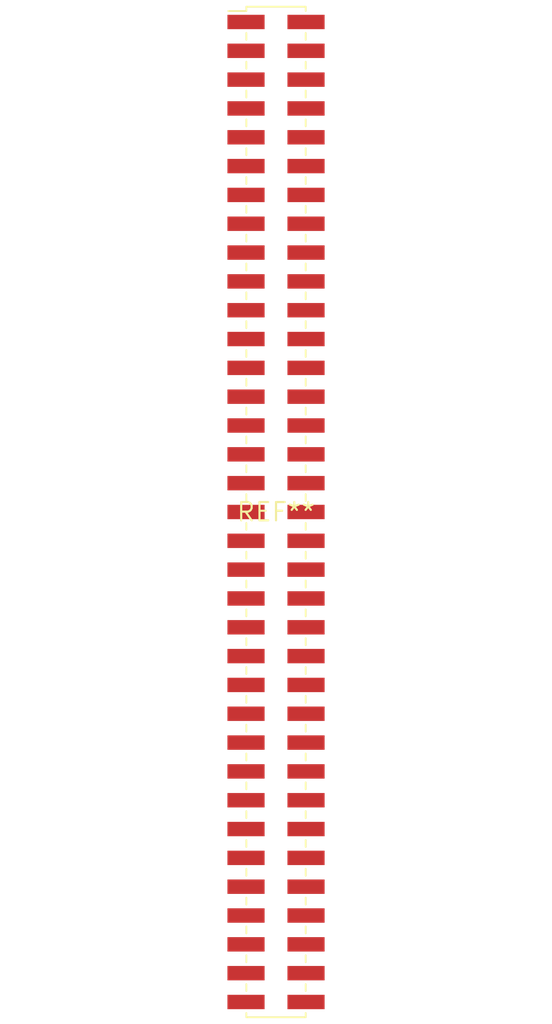
<source format=kicad_pcb>
(kicad_pcb (version 20240108) (generator pcbnew)
  (layers (0 "F.Cu" signal) (31 "B.Cu" signal) (34 "B.Paste" user) (35 "F.Paste" user) (36 "B.SilkS" user "B.Silkscreen") (37 "F.SilkS" user "F.Silkscreen") (38 "B.Mask" user) (39 "F.Mask" user) (44 "Edge.Cuts" user))
  (net 0 "")
  (footprint "PinHeader_2x35_P2.00mm_Vertical_SMD" (layer "F.Cu") (at 0 0)
    (property "Reference" "REF**")
    (property "Value" "PinHeader_2x35_P2.00mm_Vertical_SMD")
    (fp_line (start -3.315 -34.76) (end -2.06 -34.76) (layer "F.SilkS") (stroke (width 0.12)))
    (fp_line (start -2.06 -35.06) (end -2.06 -34.76) (layer "F.SilkS") (stroke (width 0.12)))
    (fp_line (start -2.06 -35.06) (end 2.06 -35.06) (layer "F.SilkS") (stroke (width 0.12)))
    (fp_line (start -2.06 -33.24) (end -2.06 -32.76) (layer "F.SilkS") (stroke (width 0.12)))
    (fp_line (start -2.06 -31.24) (end -2.06 -30.76) (layer "F.SilkS") (stroke (width 0.12)))
    (fp_line (start -2.06 -29.24) (end -2.06 -28.76) (layer "F.SilkS") (stroke (width 0.12)))
    (fp_line (start -2.06 -27.24) (end -2.06 -26.76) (layer "F.SilkS") (stroke (width 0.12)))
    (fp_line (start -2.06 -25.24) (end -2.06 -24.76) (layer "F.SilkS") (stroke (width 0.12)))
    (fp_line (start -2.06 -23.24) (end -2.06 -22.76) (layer "F.SilkS") (stroke (width 0.12)))
    (fp_line (start -2.06 -21.24) (end -2.06 -20.76) (layer "F.SilkS") (stroke (width 0.12)))
    (fp_line (start -2.06 -19.24) (end -2.06 -18.76) (layer "F.SilkS") (stroke (width 0.12)))
    (fp_line (start -2.06 -17.24) (end -2.06 -16.76) (layer "F.SilkS") (stroke (width 0.12)))
    (fp_line (start -2.06 -15.24) (end -2.06 -14.76) (layer "F.SilkS") (stroke (width 0.12)))
    (fp_line (start -2.06 -13.24) (end -2.06 -12.76) (layer "F.SilkS") (stroke (width 0.12)))
    (fp_line (start -2.06 -11.24) (end -2.06 -10.76) (layer "F.SilkS") (stroke (width 0.12)))
    (fp_line (start -2.06 -9.24) (end -2.06 -8.76) (layer "F.SilkS") (stroke (width 0.12)))
    (fp_line (start -2.06 -7.24) (end -2.06 -6.76) (layer "F.SilkS") (stroke (width 0.12)))
    (fp_line (start -2.06 -5.24) (end -2.06 -4.76) (layer "F.SilkS") (stroke (width 0.12)))
    (fp_line (start -2.06 -3.24) (end -2.06 -2.76) (layer "F.SilkS") (stroke (width 0.12)))
    (fp_line (start -2.06 -1.24) (end -2.06 -0.76) (layer "F.SilkS") (stroke (width 0.12)))
    (fp_line (start -2.06 0.76) (end -2.06 1.24) (layer "F.SilkS") (stroke (width 0.12)))
    (fp_line (start -2.06 2.76) (end -2.06 3.24) (layer "F.SilkS") (stroke (width 0.12)))
    (fp_line (start -2.06 4.76) (end -2.06 5.24) (layer "F.SilkS") (stroke (width 0.12)))
    (fp_line (start -2.06 6.76) (end -2.06 7.24) (layer "F.SilkS") (stroke (width 0.12)))
    (fp_line (start -2.06 8.76) (end -2.06 9.24) (layer "F.SilkS") (stroke (width 0.12)))
    (fp_line (start -2.06 10.76) (end -2.06 11.24) (layer "F.SilkS") (stroke (width 0.12)))
    (fp_line (start -2.06 12.76) (end -2.06 13.24) (layer "F.SilkS") (stroke (width 0.12)))
    (fp_line (start -2.06 14.76) (end -2.06 15.24) (layer "F.SilkS") (stroke (width 0.12)))
    (fp_line (start -2.06 16.76) (end -2.06 17.24) (layer "F.SilkS") (stroke (width 0.12)))
    (fp_line (start -2.06 18.76) (end -2.06 19.24) (layer "F.SilkS") (stroke (width 0.12)))
    (fp_line (start -2.06 20.76) (end -2.06 21.24) (layer "F.SilkS") (stroke (width 0.12)))
    (fp_line (start -2.06 22.76) (end -2.06 23.24) (layer "F.SilkS") (stroke (width 0.12)))
    (fp_line (start -2.06 24.76) (end -2.06 25.24) (layer "F.SilkS") (stroke (width 0.12)))
    (fp_line (start -2.06 26.76) (end -2.06 27.24) (layer "F.SilkS") (stroke (width 0.12)))
    (fp_line (start -2.06 28.76) (end -2.06 29.24) (layer "F.SilkS") (stroke (width 0.12)))
    (fp_line (start -2.06 30.76) (end -2.06 31.24) (layer "F.SilkS") (stroke (width 0.12)))
    (fp_line (start -2.06 32.76) (end -2.06 33.24) (layer "F.SilkS") (stroke (width 0.12)))
    (fp_line (start -2.06 34.76) (end -2.06 35.06) (layer "F.SilkS") (stroke (width 0.12)))
    (fp_line (start -2.06 35.06) (end 2.06 35.06) (layer "F.SilkS") (stroke (width 0.12)))
    (fp_line (start 2.06 -35.06) (end 2.06 -34.76) (layer "F.SilkS") (stroke (width 0.12)))
    (fp_line (start 2.06 -33.24) (end 2.06 -32.76) (layer "F.SilkS") (stroke (width 0.12)))
    (fp_line (start 2.06 -31.24) (end 2.06 -30.76) (layer "F.SilkS") (stroke (width 0.12)))
    (fp_line (start 2.06 -29.24) (end 2.06 -28.76) (layer "F.SilkS") (stroke (width 0.12)))
    (fp_line (start 2.06 -27.24) (end 2.06 -26.76) (layer "F.SilkS") (stroke (width 0.12)))
    (fp_line (start 2.06 -25.24) (end 2.06 -24.76) (layer "F.SilkS") (stroke (width 0.12)))
    (fp_line (start 2.06 -23.24) (end 2.06 -22.76) (layer "F.SilkS") (stroke (width 0.12)))
    (fp_line (start 2.06 -21.24) (end 2.06 -20.76) (layer "F.SilkS") (stroke (width 0.12)))
    (fp_line (start 2.06 -19.24) (end 2.06 -18.76) (layer "F.SilkS") (stroke (width 0.12)))
    (fp_line (start 2.06 -17.24) (end 2.06 -16.76) (layer "F.SilkS") (stroke (width 0.12)))
    (fp_line (start 2.06 -15.24) (end 2.06 -14.76) (layer "F.SilkS") (stroke (width 0.12)))
    (fp_line (start 2.06 -13.24) (end 2.06 -12.76) (layer "F.SilkS") (stroke (width 0.12)))
    (fp_line (start 2.06 -11.24) (end 2.06 -10.76) (layer "F.SilkS") (stroke (width 0.12)))
    (fp_line (start 2.06 -9.24) (end 2.06 -8.76) (layer "F.SilkS") (stroke (width 0.12)))
    (fp_line (start 2.06 -7.24) (end 2.06 -6.76) (layer "F.SilkS") (stroke (width 0.12)))
    (fp_line (start 2.06 -5.24) (end 2.06 -4.76) (layer "F.SilkS") (stroke (width 0.12)))
    (fp_line (start 2.06 -3.24) (end 2.06 -2.76) (layer "F.SilkS") (stroke (width 0.12)))
    (fp_line (start 2.06 -1.24) (end 2.06 -0.76) (layer "F.SilkS") (stroke (width 0.12)))
    (fp_line (start 2.06 0.76) (end 2.06 1.24) (layer "F.SilkS") (stroke (width 0.12)))
    (fp_line (start 2.06 2.76) (end 2.06 3.24) (layer "F.SilkS") (stroke (width 0.12)))
    (fp_line (start 2.06 4.76) (end 2.06 5.24) (layer "F.SilkS") (stroke (width 0.12)))
    (fp_line (start 2.06 6.76) (end 2.06 7.24) (layer "F.SilkS") (stroke (width 0.12)))
    (fp_line (start 2.06 8.76) (end 2.06 9.24) (layer "F.SilkS") (stroke (width 0.12)))
    (fp_line (start 2.06 10.76) (end 2.06 11.24) (layer "F.SilkS") (stroke (width 0.12)))
    (fp_line (start 2.06 12.76) (end 2.06 13.24) (layer "F.SilkS") (stroke (width 0.12)))
    (fp_line (start 2.06 14.76) (end 2.06 15.24) (layer "F.SilkS") (stroke (width 0.12)))
    (fp_line (start 2.06 16.76) (end 2.06 17.24) (layer "F.SilkS") (stroke (width 0.12)))
    (fp_line (start 2.06 18.76) (end 2.06 19.24) (layer "F.SilkS") (stroke (width 0.12)))
    (fp_line (start 2.06 20.76) (end 2.06 21.24) (layer "F.SilkS") (stroke (width 0.12)))
    (fp_line (start 2.06 22.76) (end 2.06 23.24) (layer "F.SilkS") (stroke (width 0.12)))
    (fp_line (start 2.06 24.76) (end 2.06 25.24) (layer "F.SilkS") (stroke (width 0.12)))
    (fp_line (start 2.06 26.76) (end 2.06 27.24) (layer "F.SilkS") (stroke (width 0.12)))
    (fp_line (start 2.06 28.76) (end 2.06 29.24) (layer "F.SilkS") (stroke (width 0.12)))
    (fp_line (start 2.06 30.76) (end 2.06 31.24) (layer "F.SilkS") (stroke (width 0.12)))
    (fp_line (start 2.06 32.76) (end 2.06 33.24) (layer "F.SilkS") (stroke (width 0.12)))
    (fp_line (start 2.06 34.76) (end 2.06 35.06) (layer "F.SilkS") (stroke (width 0.12)))
    (pad "1" smd rect (at -2.085 -34) (size 2.58 1) (layers "F.Cu" "F.Paste" "F.Mask"))
    (pad "2" smd rect (at 2.085 -34) (size 2.58 1) (layers "F.Cu" "F.Paste" "F.Mask"))
    (pad "3" smd rect (at -2.085 -32) (size 2.58 1) (layers "F.Cu" "F.Paste" "F.Mask"))
    (pad "4" smd rect (at 2.085 -32) (size 2.58 1) (layers "F.Cu" "F.Paste" "F.Mask"))
    (pad "5" smd rect (at -2.085 -30) (size 2.58 1) (layers "F.Cu" "F.Paste" "F.Mask"))
    (pad "6" smd rect (at 2.085 -30) (size 2.58 1) (layers "F.Cu" "F.Paste" "F.Mask"))
    (pad "7" smd rect (at -2.085 -28) (size 2.58 1) (layers "F.Cu" "F.Paste" "F.Mask"))
    (pad "8" smd rect (at 2.085 -28) (size 2.58 1) (layers "F.Cu" "F.Paste" "F.Mask"))
    (pad "9" smd rect (at -2.085 -26) (size 2.58 1) (layers "F.Cu" "F.Paste" "F.Mask"))
    (pad "10" smd rect (at 2.085 -26) (size 2.58 1) (layers "F.Cu" "F.Paste" "F.Mask"))
    (pad "11" smd rect (at -2.085 -24) (size 2.58 1) (layers "F.Cu" "F.Paste" "F.Mask"))
    (pad "12" smd rect (at 2.085 -24) (size 2.58 1) (layers "F.Cu" "F.Paste" "F.Mask"))
    (pad "13" smd rect (at -2.085 -22) (size 2.58 1) (layers "F.Cu" "F.Paste" "F.Mask"))
    (pad "14" smd rect (at 2.085 -22) (size 2.58 1) (layers "F.Cu" "F.Paste" "F.Mask"))
    (pad "15" smd rect (at -2.085 -20) (size 2.58 1) (layers "F.Cu" "F.Paste" "F.Mask"))
    (pad "16" smd rect (at 2.085 -20) (size 2.58 1) (layers "F.Cu" "F.Paste" "F.Mask"))
    (pad "17" smd rect (at -2.085 -18) (size 2.58 1) (layers "F.Cu" "F.Paste" "F.Mask"))
    (pad "18" smd rect (at 2.085 -18) (size 2.58 1) (layers "F.Cu" "F.Paste" "F.Mask"))
    (pad "19" smd rect (at -2.085 -16) (size 2.58 1) (layers "F.Cu" "F.Paste" "F.Mask"))
    (pad "20" smd rect (at 2.085 -16) (size 2.58 1) (layers "F.Cu" "F.Paste" "F.Mask"))
    (pad "21" smd rect (at -2.085 -14) (size 2.58 1) (layers "F.Cu" "F.Paste" "F.Mask"))
    (pad "22" smd rect (at 2.085 -14) (size 2.58 1) (layers "F.Cu" "F.Paste" "F.Mask"))
    (pad "23" smd rect (at -2.085 -12) (size 2.58 1) (layers "F.Cu" "F.Paste" "F.Mask"))
    (pad "24" smd rect (at 2.085 -12) (size 2.58 1) (layers "F.Cu" "F.Paste" "F.Mask"))
    (pad "25" smd rect (at -2.085 -10) (size 2.58 1) (layers "F.Cu" "F.Paste" "F.Mask"))
    (pad "26" smd rect (at 2.085 -10) (size 2.58 1) (layers "F.Cu" "F.Paste" "F.Mask"))
    (pad "27" smd rect (at -2.085 -8) (size 2.58 1) (layers "F.Cu" "F.Paste" "F.Mask"))
    (pad "28" smd rect (at 2.085 -8) (size 2.58 1) (layers "F.Cu" "F.Paste" "F.Mask"))
    (pad "29" smd rect (at -2.085 -6) (size 2.58 1) (layers "F.Cu" "F.Paste" "F.Mask"))
    (pad "30" smd rect (at 2.085 -6) (size 2.58 1) (layers "F.Cu" "F.Paste" "F.Mask"))
    (pad "31" smd rect (at -2.085 -4) (size 2.58 1) (layers "F.Cu" "F.Paste" "F.Mask"))
    (pad "32" smd rect (at 2.085 -4) (size 2.58 1) (layers "F.Cu" "F.Paste" "F.Mask"))
    (pad "33" smd rect (at -2.085 -2) (size 2.58 1) (layers "F.Cu" "F.Paste" "F.Mask"))
    (pad "34" smd rect (at 2.085 -2) (size 2.58 1) (layers "F.Cu" "F.Paste" "F.Mask"))
    (pad "35" smd rect (at -2.085 0) (size 2.58 1) (layers "F.Cu" "F.Paste" "F.Mask"))
    (pad "36" smd rect (at 2.085 0) (size 2.58 1) (layers "F.Cu" "F.Paste" "F.Mask"))
    (pad "37" smd rect (at -2.085 2) (size 2.58 1) (layers "F.Cu" "F.Paste" "F.Mask"))
    (pad "38" smd rect (at 2.085 2) (size 2.58 1) (layers "F.Cu" "F.Paste" "F.Mask"))
    (pad "39" smd rect (at -2.085 4) (size 2.58 1) (layers "F.Cu" "F.Paste" "F.Mask"))
    (pad "40" smd rect (at 2.085 4) (size 2.58 1) (layers "F.Cu" "F.Paste" "F.Mask"))
    (pad "41" smd rect (at -2.085 6) (size 2.58 1) (layers "F.Cu" "F.Paste" "F.Mask"))
    (pad "42" smd rect (at 2.085 6) (size 2.58 1) (layers "F.Cu" "F.Paste" "F.Mask"))
    (pad "43" smd rect (at -2.085 8) (size 2.58 1) (layers "F.Cu" "F.Paste" "F.Mask"))
    (pad "44" smd rect (at 2.085 8) (size 2.58 1) (layers "F.Cu" "F.Paste" "F.Mask"))
    (pad "45" smd rect (at -2.085 10) (size 2.58 1) (layers "F.Cu" "F.Paste" "F.Mask"))
    (pad "46" smd rect (at 2.085 10) (size 2.58 1) (layers "F.Cu" "F.Paste" "F.Mask"))
    (pad "47" smd rect (at -2.085 12) (size 2.58 1) (layers "F.Cu" "F.Paste" "F.Mask"))
    (pad "48" smd rect (at 2.085 12) (size 2.58 1) (layers "F.Cu" "F.Paste" "F.Mask"))
    (pad "49" smd rect (at -2.085 14) (size 2.58 1) (layers "F.Cu" "F.Paste" "F.Mask"))
    (pad "50" smd rect (at 2.085 14) (size 2.58 1) (layers "F.Cu" "F.Paste" "F.Mask"))
    (pad "51" smd rect (at -2.085 16) (size 2.58 1) (layers "F.Cu" "F.Paste" "F.Mask"))
    (pad "52" smd rect (at 2.085 16) (size 2.58 1) (layers "F.Cu" "F.Paste" "F.Mask"))
    (pad "53" smd rect (at -2.085 18) (size 2.58 1) (layers "F.Cu" "F.Paste" "F.Mask"))
    (pad "54" smd rect (at 2.085 18) (size 2.58 1) (layers "F.Cu" "F.Paste" "F.Mask"))
    (pad "55" smd rect (at -2.085 20) (size 2.58 1) (layers "F.Cu" "F.Paste" "F.Mask"))
    (pad "56" smd rect (at 2.085 20) (size 2.58 1) (layers "F.Cu" "F.Paste" "F.Mask"))
    (pad "57" smd rect (at -2.085 22) (size 2.58 1) (layers "F.Cu" "F.Paste" "F.Mask"))
    (pad "58" smd rect (at 2.085 22) (size 2.58 1) (layers "F.Cu" "F.Paste" "F.Mask"))
    (pad "59" smd rect (at -2.085 24) (size 2.58 1) (layers "F.Cu" "F.Paste" "F.Mask"))
    (pad "60" smd rect (at 2.085 24) (size 2.58 1) (layers "F.Cu" "F.Paste" "F.Mask"))
    (pad "61" smd rect (at -2.085 26) (size 2.58 1) (layers "F.Cu" "F.Paste" "F.Mask"))
    (pad "62" smd rect (at 2.085 26) (size 2.58 1) (layers "F.Cu" "F.Paste" "F.Mask"))
    (pad "63" smd rect (at -2.085 28) (size 2.58 1) (layers "F.Cu" "F.Paste" "F.Mask"))
    (pad "64" smd rect (at 2.085 28) (size 2.58 1) (layers "F.Cu" "F.Paste" "F.Mask"))
    (pad "65" smd rect (at -2.085 30) (size 2.58 1) (layers "F.Cu" "F.Paste" "F.Mask"))
    (pad "66" smd rect (at 2.085 30) (size 2.58 1) (layers "F.Cu" "F.Paste" "F.Mask"))
    (pad "67" smd rect (at -2.085 32) (size 2.58 1) (layers "F.Cu" "F.Paste" "F.Mask"))
    (pad "68" smd rect (at 2.085 32) (size 2.58 1) (layers "F.Cu" "F.Paste" "F.Mask"))
    (pad "69" smd rect (at -2.085 34) (size 2.58 1) (layers "F.Cu" "F.Paste" "F.Mask"))
    (pad "70" smd rect (at 2.085 34) (size 2.58 1) (layers "F.Cu" "F.Paste" "F.Mask"))
  )
)
</source>
